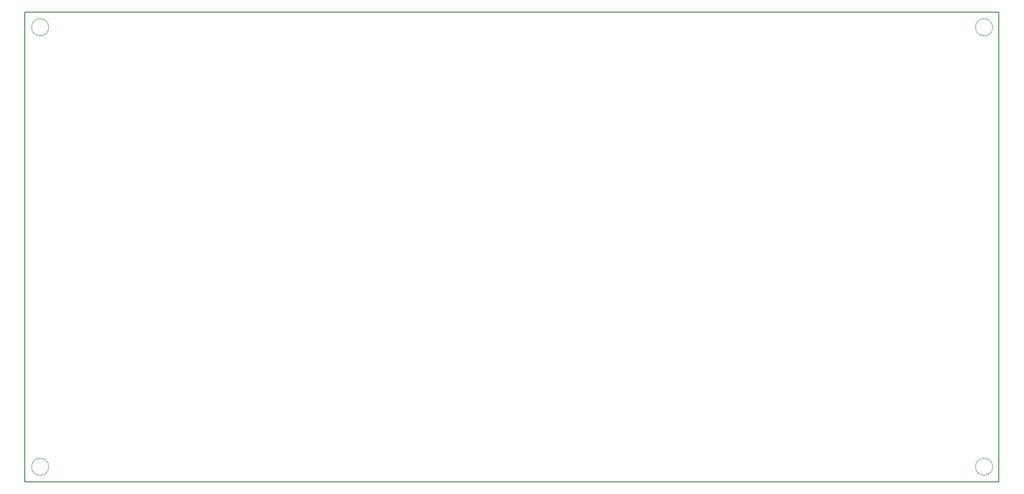
<source format=gbr>
%TF.GenerationSoftware,KiCad,Pcbnew,8.0.0-rc1*%
%TF.CreationDate,2024-05-26T19:18:53+09:00*%
%TF.ProjectId,KDL,4b444c2e-6b69-4636-9164-5f7063625858,rev?*%
%TF.SameCoordinates,PX2a88ac0PY77c8bf0*%
%TF.FileFunction,Profile,NP*%
%FSLAX46Y46*%
G04 Gerber Fmt 4.6, Leading zero omitted, Abs format (unit mm)*
G04 Created by KiCad (PCBNEW 8.0.0-rc1) date 2024-05-26 19:18:53*
%MOMM*%
%LPD*%
G01*
G04 APERTURE LIST*
%TA.AperFunction,Profile*%
%ADD10C,0.050000*%
%TD*%
%TA.AperFunction,Profile*%
%ADD11C,0.200000*%
%TD*%
G04 APERTURE END LIST*
D10*
X4150000Y2600000D02*
G75*
G02*
X1150000Y2600000I-1500000J0D01*
G01*
X1150000Y2600000D02*
G75*
G02*
X4150000Y2600000I1500000J0D01*
G01*
D11*
X0Y82000000D02*
X170000000Y82000000D01*
X170000000Y0D01*
X0Y0D01*
X0Y82000000D01*
D10*
X168900000Y2600000D02*
G75*
G02*
X165900000Y2600000I-1500000J0D01*
G01*
X165900000Y2600000D02*
G75*
G02*
X168900000Y2600000I1500000J0D01*
G01*
X168900000Y79350000D02*
G75*
G02*
X165900000Y79350000I-1500000J0D01*
G01*
X165900000Y79350000D02*
G75*
G02*
X168900000Y79350000I1500000J0D01*
G01*
X4150000Y79350000D02*
G75*
G02*
X1150000Y79350000I-1500000J0D01*
G01*
X1150000Y79350000D02*
G75*
G02*
X4150000Y79350000I1500000J0D01*
G01*
M02*

</source>
